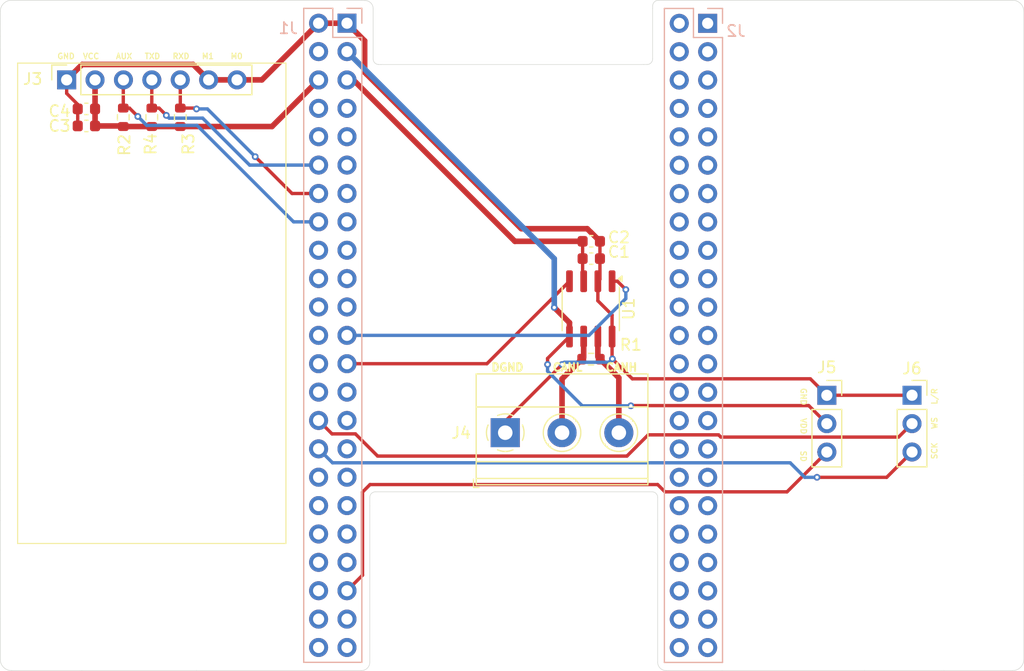
<source format=kicad_pcb>
(kicad_pcb (version 20240108) (generator "pcbnew") (generator_version "8.0")
  (layers (0 "F.Cu" signal) (31 "B.Cu" signal) (34 "B.Paste" user) (35 "F.Paste" user) (36 "B.SilkS" user "B.Silkscreen") (37 "F.SilkS" user "F.Silkscreen") (38 "B.Mask" user) (39 "F.Mask" user) (44 "Edge.Cuts" user))
  (net 0 "")
  (net 1 "/DGND")
  (net 2 "/VDD_5VL")
  (net 3 "/CANH")
  (net 4 "/CANL")
  (net 5 "/VDD_5VR")
  (net 6 "/MIC_SD")
  (net 7 "/LoRa_AUX")
  (net 8 "/MIC_WS")
  (net 9 "/CAN0_RXD")
  (net 10 "/MIC_SCK")
  (net 11 "/CAN0_TXD")
  (net 12 "/LoRa_RX")
  (net 13 "/LoRa_TX")
  (net 48 "/VDD_3V3R")
  (footprint "Resistor_SMD:R_0603_1608Metric" (layer "F.Cu") (at 115.51 65.845 90)
    (property "Reference" "R2")
    (property "Value" "4k7")
  )
  (footprint "Connector_PinSocket_2.54mm:PinSocket_1x07_P2.54mm_Vertical" (layer "F.Cu") (at 110.445 62.495 90)
    (property "Reference" "J3")
    (property "Value" "Conn_01x07_Socket")
  )
  (footprint "Capacitor_SMD:C_0603_1608Metric" (layer "F.Cu") (at 157.37 76.945)
    (property "Reference" "C2")
    (property "Value" "0.1uF")
  )
  (footprint "Resistor_SMD:R_0603_1608Metric" (layer "F.Cu") (at 120.61 65.845 90)
    (property "Reference" "R3")
    (property "Value" "4k7")
  )
  (footprint "Capacitor_SMD:C_0603_1608Metric" (layer "F.Cu") (at 157.37 78.495)
    (property "Reference" "C1")
    (property "Value" "0.1uF")
  )
  (footprint "Connector_PinSocket_2.54mm:PinSocket_1x03_P2.54mm_Vertical" (layer "F.Cu") (at 186.06 90.725)
    (property "Reference" "J6")
    (property "Value" "Conn_01x03_Socket" (hide yes))
  )
  (footprint "TerminalBlock_Phoenix:TerminalBlock_Phoenix_MKDS-1,5-3-5.08_1x03_P5.08mm_Horizontal" (layer "F.Cu") (at 149.675 94.075)
    (property "Reference" "J4")
    (property "Value" "Screw_Terminal_01x03")
  )
  (footprint "Package_SO:SOIC-8_3.9x4.9mm_P1.27mm" (layer "F.Cu") (at 157.325 82.995 -90)
    (property "Reference" "U1")
    (property "Value" "TJA1051T-3")
  )
  (footprint "Resistor_SMD:R_0603_1608Metric" (layer "F.Cu") (at 157.345 87.495 180)
    (property "Reference" "R1")
    (property "Value" "120")
  )
  (footprint "Connector_PinSocket_2.54mm:PinSocket_1x03_P2.54mm_Vertical" (layer "F.Cu") (at 178.44 90.73)
    (property "Reference" "J5")
    (property "Value" "Conn_01x03_Socket" (hide yes))
  )
  (footprint "Capacitor_SMD:C_0603_1608Metric" (layer "F.Cu") (at 112.21 66.62)
    (property "Reference" "C3")
    (property "Value" "0.1uF")
  )
  (footprint "Capacitor_SMD:C_0603_1608Metric" (layer "F.Cu") (at 112.21 65.095)
    (property "Reference" "C4")
    (property "Value" "0.1uF")
  )
  (footprint "Resistor_SMD:R_0603_1608Metric" (layer "F.Cu") (at 118.06 65.845 90)
    (property "Reference" "R4")
    (property "Value" "4k7")
  )
  (footprint "Connector_PinHeader_2.54mm:PinHeader_2x23_P2.54mm_Vertical" (layer "B.Cu") (at 167.779661 57.432621 180)
    (property "Reference" "J2")
    (property "Value" "Conn_02x23_Odd_Even" (hide yes))
  )
  (footprint "Connector_PinHeader_2.54mm:PinHeader_2x23_P2.54mm_Vertical" (layer "B.Cu") (at 135.519661 57.422621 180)
    (property "Reference" "J1")
    (property "Value" "Conn_02x23_Odd_Even" (hide yes))
  )
  (gr_line (start 106.06 103.995) (end 106.06 60.995) (stroke (width 0.1)) (layer "F.SilkS"))
  (gr_line (start 130.06 103.995) (end 106.06 103.995) (stroke (width 0.1)) (layer "F.SilkS"))
  (gr_line (start 106.06 60.995) (end 130.06 60.995) (stroke (width 0.1)) (layer "F.SilkS"))
  (gr_line (start 130.06 60.995) (end 130.06 103.995) (stroke (width 0.1)) (layer "F.SilkS"))
  (gr_arc (start 196.06 114.37) (mid 195.767107 115.077107) (end 195.06 115.37) (stroke (width 0.05)) (layer "Edge.Cuts"))
  (gr_line (start 162.356447 61.12) (end 162.06 61.12) (stroke (width 0.05)) (layer "Edge.Cuts"))
  (gr_line (start 169.06 115.37) (end 164.06 115.37) (stroke (width 0.05)) (layer "Edge.Cuts"))
  (gr_line (start 104.51 59.745) (end 104.51 61.395) (stroke (width 0.05)) (layer "Edge.Cuts"))
  (gr_arc (start 162.856447 60.62) (mid 162.71 60.973553) (end 162.356447 61.12) (stroke (width 0.05)) (layer "Edge.Cuts"))
  (gr_arc (start 162.81 99.37) (mid 163.163553 99.516447) (end 163.31 99.87) (stroke (width 0.05)) (layer "Edge.Cuts"))
  (gr_line (start 111.81 115.37) (end 122.06 115.37) (stroke (width 0.05)) (layer "Edge.Cuts"))
  (gr_line (start 104.51 81.295) (end 104.51 83.545) (stroke (width 0.05)) (layer "Edge.Cuts"))
  (gr_line (start 163.31 99.87) (end 163.31 101.87) (stroke (width 0.05)) (layer "Edge.Cuts"))
  (gr_line (start 182.76 55.37) (end 185.01 55.37) (stroke (width 0.05)) (layer "Edge.Cuts"))
  (gr_line (start 196.06 57.52) (end 196.06 56.37) (stroke (width 0.05)) (layer "Edge.Cuts"))
  (gr_line (start 134.435 55.37) (end 127.685 55.37) (stroke (width 0.05)) (layer "Edge.Cuts"))
  (gr_arc (start 104.51 56.37) (mid 104.802893 55.662893) (end 105.51 55.37) (stroke (width 0.05)) (layer "Edge.Cuts"))
  (gr_line (start 171.31 55.37) (end 177.26 55.37) (stroke (width 0.05)) (layer "Edge.Cuts"))
  (gr_line (start 104.51 76.545) (end 104.51 81.295) (stroke (width 0.05)) (layer "Edge.Cuts"))
  (gr_line (start 104.51 72.895) (end 104.51 76.545) (stroke (width 0.05)) (layer "Edge.Cuts"))
  (gr_line (start 185.01 55.37) (end 187.01 55.37) (stroke (width 0.05)) (layer "Edge.Cuts"))
  (gr_line (start 162.86 55.87) (end 162.86 56.12) (stroke (width 0.05)) (layer "Edge.Cuts"))
  (gr_arc (start 137.56 114.62) (mid 137.34033 115.15033) (end 136.81 115.37) (stroke (width 0.05)) (layer "Edge.Cuts"))
  (gr_line (start 104.51 96.195) (end 104.51 99.195) (stroke (width 0.05)) (layer "Edge.Cuts"))
  (gr_line (start 104.51 99.195) (end 104.51 101.945) (stroke (width 0.05)) (layer "Edge.Cuts"))
  (gr_line (start 196.06 78.67) (end 196.06 83.07) (stroke (width 0.05)) (layer "Edge.Cuts"))
  (gr_line (start 163.81 55.37) (end 163.363553 55.373553) (stroke (width 0.05)) (layer "Edge.Cuts"))
  (gr_line (start 104.507931 57.195) (end 104.51 58.595) (stroke (width 0.05)) (layer "Edge.Cuts"))
  (gr_arc (start 137.56 99.87) (mid 137.706447 99.516447) (end 138.06 99.37) (stroke (width 0.05)) (layer "Edge.Cuts"))
  (gr_arc (start 105.51 115.37) (mid 104.802893 115.077107) (end 104.51 114.37) (stroke (width 0.05)) (layer "Edge.Cuts"))
  (gr_line (start 187.76 55.37) (end 194.91 55.37) (stroke (width 0.05)) (layer "Edge.Cuts"))
  (gr_arc (start 162.863553 55.873553) (mid 163.01 55.52) (end 163.363553 55.373553) (stroke (width 0.05)) (layer "Edge.Cuts"))
  (gr_line (start 104.51 62.945) (end 104.51 65.995) (stroke (width 0.05)) (layer "Edge.Cuts"))
  (gr_line (start 181.81 115.37) (end 188.91 115.37) (stroke (width 0.05)) (layer "Edge.Cuts"))
  (gr_arc (start 195.06 55.37) (mid 195.767107 55.662893) (end 196.06 56.37) (stroke (width 0.05)) (layer "Edge.Cuts"))
  (gr_line (start 137.56 99.87) (end 137.56 100.62) (stroke (width 0.05)) (layer "Edge.Cuts"))
  (gr_line (start 187.01 55.37) (end 187.76 55.37) (stroke (width 0.05)) (layer "Edge.Cuts"))
  (gr_line (start 104.51 83.545) (end 104.51 86.895) (stroke (width 0.05)) (layer "Edge.Cuts"))
  (gr_line (start 104.51 61.395) (end 104.51 62.945) (stroke (width 0.05)) (layer "Edge.Cuts"))
  (gr_line (start 104.51 69.195) (end 104.51 71.095) (stroke (width 0.05)) (layer "Edge.Cuts"))
  (gr_line (start 111.807931 55.37) (end 105.51 55.37) (stroke (width 0.05)) (layer "Edge.Cuts"))
  (gr_line (start 162.06 61.12) (end 138.56 61.12) (stroke (width 0.05)) (layer "Edge.Cuts"))
  (gr_line (start 169.06 115.37) (end 181.81 115.37) (stroke (width 0.05)) (layer "Edge.Cuts"))
  (gr_line (start 104.51 104.595) (end 104.51 110.745) (stroke (width 0.05)) (layer "Edge.Cuts"))
  (gr_line (start 196.06 83.07) (end 196.06 87.7825) (stroke (width 0.05)) (layer "Edge.Cuts"))
  (gr_line (start 188.91 115.37) (end 195.06 115.37) (stroke (width 0.05)) (layer "Edge.Cuts"))
  (gr_line (start 136.81 55.37) (end 137.12967 55.38967) (stroke (width 0.05)) (layer "Edge.Cuts"))
  (gr_line (start 104.51 110.745) (end 104.51 114.37) (stroke (width 0.05)) (layer "Edge.Cuts"))
  (gr_line (start 196.06 57.52) (end 196.06 72.72) (stroke (width 0.05)) (layer "Edge.Cuts"))
  (gr_line (start 194.91 55.37) (end 195.06 55.37) (stroke (width 0.05)) (layer "Edge.Cuts"))
  (gr_line (start 196.06 78.67) (end 196.06 72.72) (stroke (width 0.05)) (layer "Edge.Cuts"))
  (gr_line (start 163.81 55.37) (end 171.31 55.37) (stroke (width 0.05)) (layer "Edge.Cuts"))
  (gr_line (start 138.36 61.12) (end 138.56 61.12) (stroke (width 0.05)) (layer "Edge.Cuts"))
  (gr_line (start 134.435 55.37) (end 136.81 55.37) (stroke (width 0.05)) (layer "Edge.Cuts"))
  (gr_line (start 122.56 55.37) (end 111.807931 55.37) (stroke (width 0.05)) (layer "Edge.Cuts"))
  (gr_arc (start 164.06 115.37) (mid 163.52967 115.15033) (end 163.31 114.62) (stroke (width 0.05)) (layer "Edge.Cuts"))
  (gr_line (start 104.51 71.095) (end 104.51 72.895) (stroke (width 0.05)) (layer "Edge.Cuts"))
  (gr_arc (start 137.12967 55.38967) (mid 137.646091 55.603579) (end 137.86 56.12) (stroke (width 0.05)) (layer "Edge.Cuts"))
  (gr_line (start 104.51 65.995) (end 104.51 69.195) (stroke (width 0.05)) (layer "Edge.Cuts"))
  (gr_line (start 180.86 55.37) (end 182.76 55.37) (stroke (width 0.05)) (layer "Edge.Cuts"))
  (gr_line (start 196.06 111.72) (end 196.06 97.87) (stroke (width 0.05)) (layer "Edge.Cuts"))
  (gr_line (start 136.81 115.37) (end 122.06 115.37) (stroke (width 0.05)) (layer "Edge.Cuts"))
  (gr_line (start 105.51 115.37) (end 111.81 115.37) (stroke (width 0.05)) (layer "Edge.Cuts"))
  (gr_line (start 122.56 55.37) (end 127.56 55.37) (stroke (width 0.05)) (layer "Edge.Cuts"))
  (gr_line (start 196.06 97.87) (end 196.06 87.7825) (stroke (width 0.05)) (layer "Edge.Cuts"))
  (gr_line (start 104.51 90.445) (end 104.51 94.345) (stroke (width 0.05)) (layer "Edge.Cuts"))
  (gr_line (start 163.31 114.62) (end 163.31 101.87) (stroke (width 0.05)) (layer "Edge.Cuts"))
  (gr_line (start 177.26 55.37) (end 180.86 55.37) (stroke (width 0.05)) (layer "Edge.Cuts"))
  (gr_line (start 162.856447 56.12) (end 162.856447 60.62) (stroke (width 0.05)) (layer "Edge.Cuts"))
  (gr_line (start 127.685 55.37) (end 127.56 55.37) (stroke (width 0.05)) (layer "Edge.Cuts"))
  (gr_line (start 196.06 114.37) (end 196.06 111.72) (stroke (width 0.05)) (layer "Edge.Cuts"))
  (gr_line (start 104.51 86.895) (end 104.51 90.445) (stroke (width 0.05)) (layer "Edge.Cuts"))
  (gr_line (start 104.51 94.345) (end 104.51 96.195) (stroke (width 0.05)) (layer "Edge.Cuts"))
  (gr_line (start 104.51 56.37) (end 104.507931 57.195) (stroke (width 0.05)) (layer "Edge.Cuts"))
  (gr_line (start 138.06 99.37) (end 162.81 99.37) (stroke (width 0.05)) (layer "Edge.Cuts"))
  (gr_line (start 137.86 56.12) (end 137.86 60.62) (stroke (width 0.05)) (layer "Edge.Cuts"))
  (gr_line (start 137.56 114.62) (end 137.56 100.62) (stroke (width 0.05)) (layer "Edge.Cuts"))
  (gr_line (start 104.51 58.595) (end 104.51 59.745) (stroke (width 0.05)) (layer "Edge.Cuts"))
  (gr_line (start 104.51 101.945) (end 104.51 104.595) (stroke (width 0.05)) (layer "Edge.Cuts"))
  (gr_arc (start 138.36 61.12) (mid 138.006447 60.973553) (end 137.86 60.62) (stroke (width 0.05)) (layer "Edge.Cuts"))
  (gr_text "VDD" (at 176.06 92.71 -90) (layer "F.SilkS") (effects (font (size 0.5 0.5) (thickness 0.1) (bold yes)) (justify left bottom)))
  (gr_text "SCK" (at 188.36 96.51 90) (layer "F.SilkS") (effects (font (size 0.5 0.5) (thickness 0.1) (bold yes)) (justify left bottom)))
  (gr_text "DGND     CANL    CANH" (at 148.34 88.64 0) (layer "F.SilkS") (effects (font (size 0.7 0.7) (thickness 0.175) (bold yes)) (justify left bottom)))
  (gr_text "L/R" (at 188.36 91.61 90) (layer "F.SilkS") (effects (font (size 0.5 0.5) (thickness 0.1) (bold yes)) (justify left bottom)))
  (gr_text "GND" (at 176.06 90.02 270) (layer "F.SilkS") (effects (font (size 0.5 0.5) (thickness 0.1) (bold yes)) (justify left bottom)))
  (gr_text "SD" (at 176.05 95.63 270) (layer "F.SilkS") (effects (font (size 0.5 0.5) (thickness 0.1) (bold yes)) (justify left bottom)))
  (gr_text "GND  VCC    AUX   TXD   RXD   M1    M0" (at 109.56 60.67 0) (layer "F.SilkS") (effects (font (size 0.5 0.5) (thickness 0.1) (bold yes)) (justify left bottom)))
  (gr_text "WS" (at 188.36 93.81 90) (layer "F.SilkS") (effects (font (size 0.5 0.5) (thickness 0.1) (bold yes)) (justify left bottom)))
  (segment (start 158.145 76.945) (end 157.32 76.12) (width 0.5) (layer "F.Cu") (net 1))
  (segment (start 158.145 80.335) (end 157.96 80.52) (width 0.3) (layer "F.Cu") (net 1))
  (segment (start 157.01 75.82) (end 151.11 75.82) (width 0.5) (layer "F.Cu") (net 1))
  (segment (start 176.962621 89.252621) (end 161.042621 89.252621) (width 0.3) (layer "F.Cu") (net 1))
  (segment (start 123.145 62.495) (end 121.77 61.12) (width 0.5) (layer "F.Cu") (net 1))
  (segment (start 110.445 62.495) (end 110.445 62.755) (width 0.2) (layer "F.Cu") (net 1))
  (segment (start 161.042621 89.252621) (end 159.26 87.47) (width 0.3) (layer "F.Cu") (net 1))
  (segment (start 154.76 87.97) (end 149.675 93.055) (width 0.3) (layer "F.Cu") (net 1))
  (segment (start 125.685 62.495) (end 123.145 62.495) (width 0.5) (layer "F.Cu") (net 1))
  (segment (start 137.099874 61.809874) (end 137.26 61.97) (width 0.5) (layer "F.Cu") (net 1))
  (segment (start 149.675 93.055) (end 149.675 94.075) (width 0.3) (layer "F.Cu") (net 1))
  (segment (start 151.06 75.77) (end 137.26 61.97) (width 0.5) (layer "F.Cu") (net 1))
  (segment (start 111.435 66.62) (end 111.435 65.095) (width 0.3) (layer "F.Cu") (net 1))
  (segment (start 111.82 61.12) (end 110.445 62.495) (width 0.5) (layer "F.Cu") (net 1))
  (segment (start 125.685 62.495) (end 127.907282 62.495) (width 0.5) (layer "F.Cu") (net 1))
  (segment (start 157.32 76.12) (end 157.31 76.12) (width 0.3) (layer "F.Cu") (net 1))
  (segment (start 158.145 78.495) (end 158.145 76.945) (width 0.3) (layer "F.Cu") (net 1))
  (segment (start 178.44 90.73) (end 176.962621 89.252621) (width 0.3) (layer "F.Cu") (net 1))
  (segment (start 178.445 90.725) (end 178.44 90.73) (width 0.3) (layer "F.Cu") (net 1))
  (segment (start 159.23 87.44) (end 159.23 85.47) (width 0.3) (layer "F.Cu") (net 1))
  (segment (start 110.445 63.705) (end 110.445 62.495) (width 0.3) (layer "F.Cu") (net 1))
  (segment (start 186.06 90.725) (end 178.445 90.725) (width 0.3) (layer "F.Cu") (net 1))
  (segment (start 159.26 87.47) (end 159.23 87.44) (width 0.3) (layer "F.Cu") (net 1))
  (segment (start 111.435 65.095) (end 111.435 64.695) (width 0.3) (layer "F.Cu") (net 1))
  (segment (start 135.519661 57.422621) (end 132.979661 57.422621) (width 0.5) (layer "F.Cu") (net 1))
  (segment (start 159.23 83.54) (end 157.96 82.27) (width 0.3) (layer "F.Cu") (net 1))
  (segment (start 137.099874 59.002834) (end 137.099874 61.809874) (width 0.5) (layer "F.Cu") (net 1))
  (segment (start 157.96 82.27) (end 157.96 80.52) (width 0.3) (layer "F.Cu") (net 1))
  (segment (start 151.11 75.82) (end 151.06 75.77) (width 0.3) (layer "F.Cu") (net 1))
  (segment (start 159.23 85.47) (end 159.23 83.54) (width 0.3) (layer "F.Cu") (net 1))
  (segment (start 135.519661 57.422621) (end 137.099874 59.002834) (width 0.5) (layer "F.Cu") (net 1))
  (segment (start 158.145 78.495) (end 158.145 80.335) (width 0.3) (layer "F.Cu") (net 1))
  (segment (start 111.435 64.695) (end 110.445 63.705) (width 0.3) (layer "F.Cu") (net 1))
  (segment (start 127.907282 62.495) (end 132.979661 57.422621) (width 0.5) (layer "F.Cu") (net 1))
  (segment (start 121.77 61.12) (end 111.82 61.12) (width 0.5) (layer "F.Cu") (net 1))
  (segment (start 157.31 76.12) (end 157.01 75.82) (width 0.5) (layer "F.Cu") (net 1))
  (via (at 159.26 87.47) (size 0.6) (drill 0.3) (layers "F.Cu" "B.Cu") (net 1))
  (via (at 154.76 87.97) (size 0.6) (drill 0.3) (layers "F.Cu" "B.Cu") (net 1))
  (segment (start 110.445 62.495) (end 110.445 62.185) (width 0.2) (layer "B.Cu") (net 1))
  (segment (start 159.26 87.47) (end 158.96 87.77) (width 0.3) (layer "B.Cu") (net 1))
  (segment (start 154.96 87.77) (end 154.76 87.97) (width 0.3) (layer "B.Cu") (net 1))
  (segment (start 123.145 62.495) (end 123.145 62.455) (width 0.3) (layer "B.Cu") (net 1))
  (segment (start 158.96 87.77) (end 154.96 87.77) (width 0.3) (layer "B.Cu") (net 1))
  (segment (start 120.61 66.67) (end 128.812282 66.67) (width 0.5) (layer "F.Cu") (net 2))
  (segment (start 115.51 66.67) (end 118.06 66.67) (width 0.5) (layer "F.Cu") (net 2))
  (segment (start 112.985 62.495) (end 112.985 65.095) (width 0.5) (layer "F.Cu") (net 2))
  (segment (start 112.985 66.62) (end 115.46 66.62) (width 0.5) (layer "F.Cu") (net 2))
  (segment (start 115.46 66.62) (end 115.51 66.67) (width 0.3) (layer "F.Cu") (net 2))
  (segment (start 118.06 66.67) (end 120.61 66.67) (width 0.5) (layer "F.Cu") (net 2))
  (segment (start 128.812282 66.67) (end 132.979661 62.502621) (width 0.5) (layer "F.Cu") (net 2))
  (segment (start 112.985 65.095) (end 112.985 66.62) (width 0.5) (layer "F.Cu") (net 2))
  (segment (start 159.835 94.075) (end 159.835 89.16) (width 0.5) (layer "F.Cu") (net 3))
  (segment (start 159.835 89.16) (end 158.17 87.495) (width 0.5) (layer "F.Cu") (net 3))
  (segment (start 157.96 85.47) (end 157.96 87.285) (width 0.5) (layer "F.Cu") (net 3))
  (segment (start 157.96 87.285) (end 158.17 87.495) (width 0.3) (layer "F.Cu") (net 3))
  (segment (start 154.755 89.26) (end 156.52 87.495) (width 0.5) (layer "F.Cu") (net 4))
  (segment (start 156.69 85.47) (end 156.69 87.325) (width 0.5) (layer "F.Cu") (net 4))
  (segment (start 156.69 87.325) (end 156.52 87.495) (width 0.3) (layer "F.Cu") (net 4))
  (segment (start 154.755 94.075) (end 154.755 89.26) (width 0.5) (layer "F.Cu") (net 4))
  (segment (start 156.595 76.945) (end 150.535 76.945) (width 0.5) (layer "F.Cu") (net 5))
  (segment (start 156.595 76.945) (end 156.595 78.495) (width 0.3) (layer "F.Cu") (net 5))
  (segment (start 156.595 80.425) (end 156.69 80.52) (width 0.3) (layer "F.Cu") (net 5))
  (segment (start 136.092621 62.502621) (end 135.519661 62.502621) (width 0.5) (layer "F.Cu") (net 5))
  (segment (start 150.535 76.945) (end 136.092621 62.502621) (width 0.5) (layer "F.Cu") (net 5))
  (segment (start 156.595 78.495) (end 156.595 80.425) (width 0.3) (layer "F.Cu") (net 5))
  (segment (start 178.44 95.81) (end 174.88 99.37) (width 0.3) (layer "F.Cu") (net 6))
  (segment (start 163.96 99.37) (end 163.31 98.72) (width 0.3) (layer "F.Cu") (net 6))
  (segment (start 163.31 98.72) (end 137.579608 98.72) (width 0.3) (layer "F.Cu") (net 6))
  (segment (start 174.88 99.37) (end 163.96 99.37) (width 0.3) (layer "F.Cu") (net 6))
  (segment (start 136.91 99.389608) (end 136.91 106.832282) (width 0.3) (layer "F.Cu") (net 6))
  (segment (start 136.91 106.832282) (end 135.519661 108.222621) (width 0.3) (layer "F.Cu") (net 6))
  (segment (start 178.44 95.81) (end 177.94 95.31) (width 0.3) (layer "F.Cu") (net 6))
  (segment (start 177.729608 95.81) (end 178.44 95.81) (width 0.3) (layer "F.Cu") (net 6))
  (segment (start 137.579608 98.72) (end 136.91 99.389608) (width 0.3) (layer "F.Cu") (net 6))
  (segment (start 115.51 65.02) (end 115.51 62.51) (width 0.3) (layer "F.Cu") (net 7))
  (segment (start 115.51 62.51) (end 115.525 62.495) (width 0.3) (layer "F.Cu") (net 7))
  (segment (start 115.51 65.02) (end 116.06 65.02) (width 0.3) (layer "F.Cu") (net 7))
  (segment (start 116.06 65.02) (end 116.81 65.77) (width 0.3) (layer "F.Cu") (net 7))
  (via (at 116.81 65.77) (size 0.6) (drill 0.3) (layers "F.Cu" "B.Cu") (net 7))
  (segment (start 116.81 65.77) (end 117.61 66.57) (width 0.3) (layer "B.Cu") (net 7))
  (segment (start 130.742621 75.202621) (end 132.979661 75.202621) (width 0.3) (layer "B.Cu") (net 7))
  (segment (start 122.11 66.57) (end 130.742621 75.202621) (width 0.3) (layer "B.Cu") (net 7))
  (segment (start 117.61 66.57) (end 122.11 66.57) (width 0.3) (layer "B.Cu") (net 7))
  (segment (start 168.76 94.27) (end 162.46 94.27) (width 0.3) (layer "F.Cu") (net 8))
  (segment (start 168.96 94.47) (end 168.76 94.27) (width 0.3) (layer "F.Cu") (net 8))
  (segment (start 160.56 96.17) (end 138.259999 96.17) (width 0.3) (layer "F.Cu") (net 8))
  (segment (start 134.179661 94.182621) (end 132.979661 92.982621) (width 0.3) (layer "F.Cu") (net 8))
  (segment (start 138.259999 96.17) (end 136.27262 94.182621) (width 0.3) (layer "F.Cu") (net 8))
  (segment (start 162.46 94.27) (end 160.56 96.17) (width 0.3) (layer "F.Cu") (net 8))
  (segment (start 186.06 93.265) (end 184.855 94.47) (width 0.3) (layer "F.Cu") (net 8))
  (segment (start 136.27262 94.182621) (end 134.179661 94.182621) (width 0.3) (layer "F.Cu") (net 8))
  (segment (start 184.855 94.47) (end 168.96 94.47) (width 0.3) (layer "F.Cu") (net 8))
  (segment (start 155.42 80.52) (end 148.037379 87.902621) (width 0.3) (layer "F.Cu") (net 9))
  (segment (start 148.037379 87.902621) (end 135.519661 87.902621) (width 0.3) (layer "F.Cu") (net 9))
  (segment (start 186.06 95.805) (end 183.795 98.07) (width 0.3) (layer "F.Cu") (net 10))
  (segment (start 183.795 98.07) (end 177.56 98.07) (width 0.3) (layer "F.Cu") (net 10))
  (via (at 177.56 98.07) (size 0.6) (drill 0.3) (layers "F.Cu" "B.Cu") (net 10))
  (segment (start 134.22704 96.77) (end 132.979661 95.522621) (width 0.3) (layer "B.Cu") (net 10))
  (segment (start 175.16 96.77) (end 134.22704 96.77) (width 0.3) (layer "B.Cu") (net 10))
  (segment (start 176.46 98.07) (end 175.16 96.77) (width 0.3) (layer "B.Cu") (net 10))
  (segment (start 177.56 98.07) (end 176.46 98.07) (width 0.3) (layer "B.Cu") (net 10))
  (segment (start 160.46 81.27) (end 159.71 80.52) (width 0.3) (layer "F.Cu") (net 11))
  (segment (start 159.71 80.52) (end 159.23 80.52) (width 0.3) (layer "F.Cu") (net 11))
  (segment (start 135.52704 85.37) (end 135.519661 85.362621) (width 0.3) (layer "F.Cu") (net 11))
  (via (at 160.46 81.27) (size 0.6) (drill 0.3) (layers "F.Cu" "B.Cu") (net 11))
  (segment (start 160.46 82.07) (end 157.167379 85.362621) (width 0.3) (layer "B.Cu") (net 11))
  (segment (start 160.46 81.27) (end 160.46 82.07) (width 0.3) (layer "B.Cu") (net 11))
  (segment (start 157.167379 85.362621) (end 135.519661 85.362621) (width 0.3) (layer "B.Cu") (net 11))
  (segment (start 122.06 65.095) (end 121.985 65.02) (width 0.3) (layer "F.Cu") (net 12))
  (segment (start 120.61 65.02) (end 120.61 62.5) (width 0.3) (layer "F.Cu") (net 12))
  (segment (start 121.985 65.02) (end 120.61 65.02) (width 0.3) (layer "F.Cu") (net 12))
  (segment (start 130.602621 72.662621) (end 132.979661 72.662621) (width 0.3) (layer "F.Cu") (net 12))
  (segment (start 121.01 62.9) (end 120.605 62.495) (width 0.2) (layer "F.Cu") (net 12))
  (segment (start 127.31 69.37) (end 130.602621 72.662621) (width 0.3) (layer "F.Cu") (net 12))
  (segment (start 120.61 62.5) (end 120.605 62.495) (width 0.3) (layer "F.Cu") (net 12))
  (via (at 127.31 69.37) (size 0.6) (drill 0.3) (layers "F.Cu" "B.Cu") (net 12))
  (via (at 122.06 65.095) (size 0.6) (drill 0.3) (layers "F.Cu" "B.Cu") (net 12))
  (segment (start 122.06 65.095) (end 123.035 65.095) (width 0.3) (layer "B.Cu") (net 12))
  (segment (start 123.035 65.095) (end 127.31 69.37) (width 0.3) (layer "B.Cu") (net 12))
  (segment (start 118.71 65.02) (end 118.06 65.02) (width 0.3) (layer "F.Cu") (net 13))
  (segment (start 118.06 65.02) (end 118.06 62.5) (width 0.3) (layer "F.Cu") (net 13))
  (segment (start 117.81 62.75) (end 118.065 62.495) (width 0.2) (layer "F.Cu") (net 13))
  (segment (start 118.06 62.5) (end 118.065 62.495) (width 0.3) (layer "F.Cu") (net 13))
  (segment (start 119.36 65.67) (end 118.71 65.02) (width 0.3) (layer "F.Cu") (net 13))
  (via (at 119.36 65.67) (size 0.6) (drill 0.3) (layers "F.Cu" "B.Cu") (net 13))
  (segment (start 122.61 65.92) (end 126.812621 70.122621) (width 0.3) (layer "B.Cu") (net 13))
  (segment (start 119.36 65.67) (end 119.61 65.92) (width 0.3) (layer "B.Cu") (net 13))
  (segment (start 119.61 65.92) (end 122.61 65.92) (width 0.3) (layer "B.Cu") (net 13))
  (segment (start 126.812621 70.122621) (end 132.979661 70.122621) (width 0.3) (layer "B.Cu") (net 13))
  (segment (start 155.42 84.23) (end 154.06 82.87) (width 0.5) (layer "F.Cu") (net 48))
  (segment (start 155.42 85.47) (end 155.42 84.23) (width 0.5) (layer "F.Cu") (net 48))
  (segment (start 153.46 87.97) (end 153.46 87.43) (width 0.3) (layer "F.Cu") (net 48))
  (segment (start 160.892621 91.652621) (end 160.91 91.67) (width 0.3) (layer "F.Cu") (net 48))
  (segment (start 176.822621 91.652621) (end 178.44 93.27) (width 0.3) (layer "F.Cu") (net 48))
  (segment (start 160.892621 91.652621) (end 176.822621 91.652621) (width 0.3) (layer "F.Cu") (net 48))
  (segment (start 135.519661 60.629661) (end 135.519661 59.962621) (width 0.3) (layer "F.Cu") (net 48))
  (segment (start 153.46 87.43) (end 155.42 85.47) (width 0.3) (layer "F.Cu") (net 48))
  (via (at 153.46 87.97) (size 0.6) (drill 0.3) (layers "F.Cu" "B.Cu") (net 48))
  (via (at 154.06 82.87) (size 0.6) (drill 0.3) (layers "F.Cu" "B.Cu") (net 48))
  (via (at 160.91 91.67) (size 0.6) (drill 0.3) (layers "F.Cu" "B.Cu") (net 48))
  (segment (start 156.56 91.67) (end 153.46 88.57) (width 0.3) (layer "B.Cu") (net 48))
  (segment (start 160.91 91.67) (end 156.56 91.67) (width 0.3) (layer "B.Cu") (net 48))
  (segment (start 154.06 78.50296) (end 135.519661 59.962621) (width 0.5) (layer "B.Cu") (net 48))
  (segment (start 153.46 88.57) (end 153.46 87.97) (width 0.3) (layer "B.Cu") (net 48))
  (segment (start 154.06 82.87) (end 154.06 78.50296) (width 0.5) (layer "B.Cu") (net 48))
)
</source>
